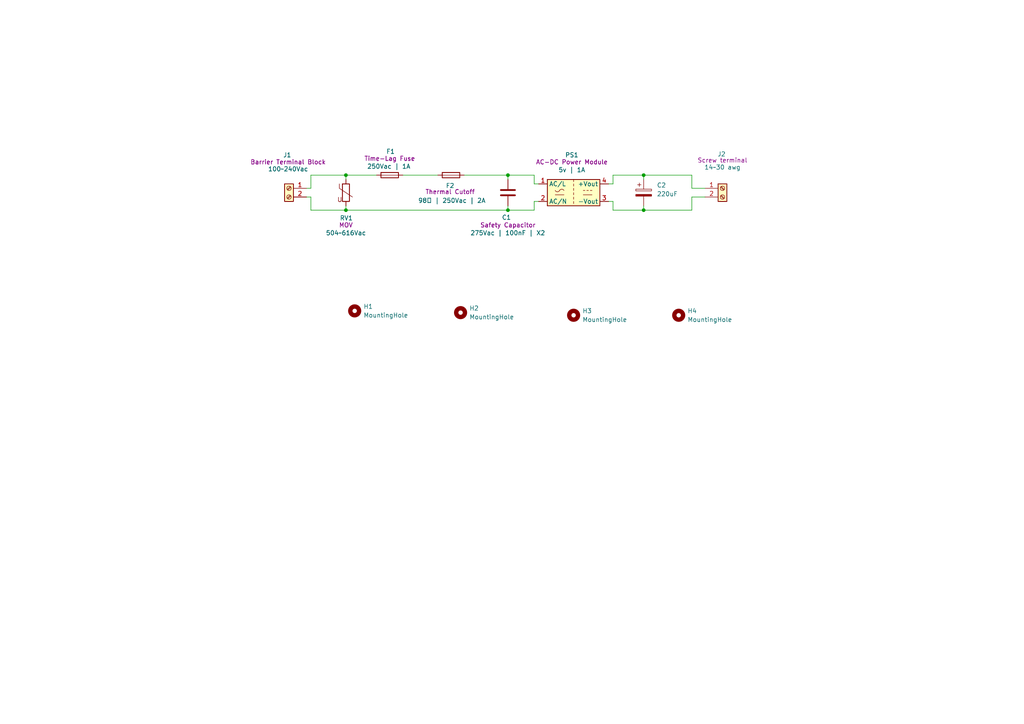
<source format=kicad_sch>
(kicad_sch (version 20231120) (generator "eeschema") (generator_version "8.0")
  (paper "A4")
  (lib_symbols
    (symbol "Connector:Screw_Terminal_01x02" (pin_names (offset 1.016) hide)
      (property "Reference" "J" (at 0 2.54 0))
      (property "Value" "Screw_Terminal_01x02" (at 0 -5.08 0))
      (symbol "Screw_Terminal_01x02_1_1"
        (rectangle (start -1.27 1.27) (end 1.27 -3.81) (stroke (width 0.254)) (fill (type background)))
        (circle (center 0 -2.54) (radius 0.635) (stroke (width 0.1524)))
        (polyline (pts (xy -0.5334 -2.2098) (xy 0.3302 -3.048)) (stroke (width 0.1524)))
        (polyline (pts (xy -0.5334 0.3302) (xy 0.3302 -0.508)) (stroke (width 0.1524)))
        (polyline (pts (xy -0.3556 -2.032) (xy 0.508 -2.8702)) (stroke (width 0.1524)))
        (polyline (pts (xy -0.3556 0.508) (xy 0.508 -0.3302)) (stroke (width 0.1524)))
        (circle (center 0 0) (radius 0.635) (stroke (width 0.1524)))
        (pin passive line (at -5.08 0 0) (length 3.81) (name "Pin_1") (number "1"))
        (pin passive line (at -5.08 -2.54 0) (length 3.81) (name "Pin_2") (number "2"))
      )
    )
    (symbol "Converter_ACDC:HLK-5M05"
      (property "Reference" "PS" (at 0 5.08 0))
      (property "Value" "HLK-5M05" (at 0 -5.08 0))
      (symbol "HLK-5M05_0_1"
        (rectangle (start -7.62 3.81) (end 7.62 -3.81) (stroke (width 0.254)) (fill (type background)))
        (arc (start -5.334 0.635) (mid -4.699 0.2495) (end -4.064 0.635))
        (arc (start -2.794 0.635) (mid -3.429 1.0072) (end -4.064 0.635))
        (polyline (pts (xy -5.334 -0.635) (xy -2.794 -0.635)))
        (polyline (pts (xy 0 -2.54) (xy 0 -3.175)))
        (polyline (pts (xy 0 -1.27) (xy 0 -1.905)))
        (polyline (pts (xy 0 0) (xy 0 -0.635)))
        (polyline (pts (xy 0 1.27) (xy 0 0.635)))
        (polyline (pts (xy 0 2.54) (xy 0 1.905)))
        (polyline (pts (xy 0 3.81) (xy 0 3.175)))
        (polyline (pts (xy 2.794 -0.635) (xy 5.334 -0.635)))
        (polyline (pts (xy 2.794 0.635) (xy 3.302 0.635)))
        (polyline (pts (xy 3.81 0.635) (xy 4.318 0.635)))
        (polyline (pts (xy 4.826 0.635) (xy 5.334 0.635)))
      )
      (symbol "HLK-5M05_1_1"
        (pin power_in line (at -10.16 2.54 0) (length 2.54) (name "AC/L") (number "1"))
        (pin power_in line (at -10.16 -2.54 0) (length 2.54) (name "AC/N") (number "2"))
        (pin power_out line (at 10.16 -2.54 180) (length 2.54) (name "-Vout") (number "3"))
        (pin power_out line (at 10.16 2.54 180) (length 2.54) (name "+Vout") (number "4"))
      )
    )
    (symbol "Device:C" (pin_numbers hide) (pin_names (offset 0.254))
      (property "Reference" "C" (at 0.635 2.54 0))
      (property "Value" "C" (at 0.635 -2.54 0))
      (symbol "C_0_1"
        (polyline (pts (xy -2.032 -0.762) (xy 2.032 -0.762)) (stroke (width 0.508)))
        (polyline (pts (xy -2.032 0.762) (xy 2.032 0.762)) (stroke (width 0.508)))
      )
      (symbol "C_1_1"
        (pin passive line (at 0 3.81 270) (length 2.794) (name "~") (number "1"))
        (pin passive line (at 0 -3.81 90) (length 2.794) (name "~") (number "2"))
      )
    )
    (symbol "Device:C_Polarized" (pin_numbers hide) (pin_names (offset 0.254))
      (property "Reference" "C" (at 0.635 2.54 0))
      (property "Value" "C_Polarized" (at 0.635 -2.54 0))
      (symbol "C_Polarized_0_1"
        (rectangle (start -2.286 0.508) (end 2.286 1.016))
        (polyline (pts (xy -1.778 2.286) (xy -0.762 2.286)))
        (polyline (pts (xy -1.27 2.794) (xy -1.27 1.778)))
        (rectangle (start 2.286 -0.508) (end -2.286 -1.016) (fill (type outline)))
      )
      (symbol "C_Polarized_1_1"
        (pin passive line (at 0 3.81 270) (length 2.794) (name "~") (number "1"))
        (pin passive line (at 0 -3.81 90) (length 2.794) (name "~") (number "2"))
      )
    )
    (symbol "Device:Fuse" (pin_numbers hide) (pin_names (offset 0))
      (property "Reference" "F" (at 2.032 0 90))
      (property "Value" "Fuse" (at -1.905 0 90))
      (symbol "Fuse_0_1"
        (rectangle (start -0.762 -2.54) (end 0.762 2.54) (stroke (width 0.254)))
        (polyline (pts (xy 0 2.54) (xy 0 -2.54)))
      )
      (symbol "Fuse_1_1"
        (pin passive line (at 0 3.81 270) (length 1.27) (name "~") (number "1"))
        (pin passive line (at 0 -3.81 90) (length 1.27) (name "~") (number "2"))
      )
    )
    (symbol "Device:Varistor" (pin_numbers hide) (pin_names (offset 0))
      (property "Reference" "RV" (at 3.175 0 90))
      (property "Value" "Varistor" (at -3.175 0 90))
      (symbol "Varistor_0_0"
        (text "U" (at -1.778 -2.032 0) (effects (font (size 1.27 1.27))))
      )
      (symbol "Varistor_0_1"
        (rectangle (start -1.016 -2.54) (end 1.016 2.54) (stroke (width 0.254)))
        (polyline (pts (xy -1.905 2.54) (xy -1.905 1.27) (xy 1.905 -1.27)))
      )
      (symbol "Varistor_1_1"
        (pin passive line (at 0 3.81 270) (length 1.27) (name "~") (number "1"))
        (pin passive line (at 0 -3.81 90) (length 1.27) (name "~") (number "2"))
      )
    )
    (symbol "Mechanical:MountingHole" (pin_names (offset 1.016)) (exclude_from_sim yes) (in_bom no)
      (property "Reference" "H" (at 0 5.08 0))
      (property "Value" "MountingHole" (at 0 3.175 0))
      (symbol "MountingHole_0_1"
        (circle (center 0 0) (radius 1.27) (stroke (width 1.27)))
      )
    )
  )
  (junction (at 186.69 60.96))
  (junction (at 100.33 50.8))
  (junction (at 100.33 60.96))
  (junction (at 147.32 60.96))
  (junction (at 186.69 50.8))
  (junction (at 147.32 50.8))
  (wire (pts (xy 154.94 53.34) (xy 156.21 53.34)))
  (wire (pts (xy 177.8 60.96) (xy 186.69 60.96)))
  (wire (pts (xy 134.62 50.8) (xy 147.32 50.8)))
  (wire (pts (xy 147.32 59.69) (xy 147.32 60.96)))
  (wire (pts (xy 154.94 60.96) (xy 154.94 58.42)))
  (wire (pts (xy 90.17 57.15) (xy 90.17 60.96)))
  (wire (pts (xy 90.17 60.96) (xy 100.33 60.96)))
  (wire (pts (xy 177.8 50.8) (xy 177.8 53.34)))
  (wire (pts (xy 200.66 54.61) (xy 200.66 50.8)))
  (wire (pts (xy 147.32 60.96) (xy 154.94 60.96)))
  (wire (pts (xy 177.8 60.96) (xy 177.8 58.42)))
  (wire (pts (xy 100.33 60.96) (xy 147.32 60.96)))
  (wire (pts (xy 200.66 54.61) (xy 204.47 54.61)))
  (wire (pts (xy 90.17 54.61) (xy 88.9 54.61)))
  (wire (pts (xy 90.17 50.8) (xy 100.33 50.8)))
  (wire (pts (xy 186.69 59.69) (xy 186.69 60.96)))
  (wire (pts (xy 177.8 53.34) (xy 176.53 53.34)))
  (wire (pts (xy 186.69 60.96) (xy 200.66 60.96)))
  (wire (pts (xy 154.94 58.42) (xy 156.21 58.42)))
  (wire (pts (xy 200.66 57.15) (xy 200.66 60.96)))
  (wire (pts (xy 186.69 50.8) (xy 200.66 50.8)))
  (wire (pts (xy 116.84 50.8) (xy 127 50.8)))
  (wire (pts (xy 100.33 50.8) (xy 109.22 50.8)))
  (wire (pts (xy 147.32 50.8) (xy 154.94 50.8)))
  (wire (pts (xy 100.33 59.69) (xy 100.33 60.96)))
  (wire (pts (xy 177.8 50.8) (xy 186.69 50.8)))
  (wire (pts (xy 90.17 57.15) (xy 88.9 57.15)))
  (wire (pts (xy 186.69 50.8) (xy 186.69 52.07)))
  (wire (pts (xy 177.8 58.42) (xy 176.53 58.42)))
  (wire (pts (xy 154.94 50.8) (xy 154.94 53.34)))
  (wire (pts (xy 200.66 57.15) (xy 204.47 57.15)))
  (wire (pts (xy 100.33 50.8) (xy 100.33 52.07)))
  (wire (pts (xy 147.32 50.8) (xy 147.32 52.07)))
  (wire (pts (xy 90.17 54.61) (xy 90.17 50.8)))
  (symbol (lib_id "Mechanical:MountingHole") (at 166.37 91.44 0) (unit 1) (exclude_from_sim yes) (in_bom no)
    (property "Reference" "H3" (at 168.91 90.1699 0) (effects (justify left)))
    (property "Value" "MountingHole" (at 168.91 92.7099 0) (effects (justify left)))
    (property "Footprint" "MountingHole:MountingHole_3.2mm_M3" (effects (hide yes)))
    (property "Description" "Mounting Hole without connection" (effects (hide yes)))
  )
  (symbol (lib_id "Device:Fuse") (at 113.03 50.8 90) (unit 1)
    (property "Reference" "F1" (at 113.284 43.942 90))
    (property "Value" "250Vac | 1A" (at 112.776 48.26 90))
    (property "Footprint" "_custom:F2410" (effects (hide yes)))
    (property "Datasheet" "https://www.lcsc.com/datasheet/lcsc_datasheet_2305151203_Shenzhen-JDT-Fuse-JFC2410-1100TS_C136380.pdf" (effects (hide yes)))
    (property "Description" "Time-Lag Fuse" (at 113.03 45.974 90))
    (property "LCSC" "C136380" (effects (hide yes)))
    (property "Manufacturer" "Shenzhen JDT Fuse" (effects (hide yes)))
    (property "Part Number" "JFC2410-1100TS" (effects (hide yes)))
  )
  (symbol (lib_id "Device:Fuse") (at 130.81 50.8 90) (unit 1)
    (property "Reference" "F2" (at 130.556 53.848 90))
    (property "Value" "98℃ | 250Vac | 2A" (at 131.064 58.166 90))
    (property "Footprint" "_custom:FUSE-TH_L5.8-W2.3-P3.50-D0.5" (effects (hide yes)))
    (property "Datasheet" "https://datasheet.lcsc.com/lcsc/2304140030_Shenzhen-lanson-Elec-TC102_C605188.pdf" (effects (hide yes)))
    (property "Description" "Thermal Cutoff" (at 130.556 55.626 90))
    (property "LCSC" "C605188" (effects (hide yes)))
    (property "Manufacturer" "Shenzhen lanson Elec" (effects (hide yes)))
    (property "Part Number" "TC102" (effects (hide yes)))
  )
  (symbol (lib_id "Device:Varistor") (at 100.33 55.88 0) (unit 1)
    (property "Reference" "RV1" (at 98.552 63.246 0) (effects (justify left)))
    (property "Value" "504~616Vac" (at 94.488 67.564 0) (effects (justify left)))
    (property "Footprint" "Varistor:RV_Disc_D16.5mm_W6.7mm_P7.5mm" (effects (hide yes)))
    (property "Datasheet" "https://www.lcsc.com/datasheet/lcsc_datasheet_2403081021_RUILON-Shenzhen-Ruilongyuan-Elec-14D561K_C40488.pdf" (effects (hide yes)))
    (property "Description" "MOV" (at 100.33 65.278 0))
    (property "LCSC" "C40488" (effects (hide yes)))
    (property "Manufacturer" "RUILON(Shenzhen Ruilongyuan Elec)" (effects (hide yes)))
    (property "Part Number" "14D561K" (effects (hide yes)))
  )
  (symbol (lib_id "Device:C_Polarized") (at 186.69 55.88 0) (unit 1)
    (property "Reference" "C2" (at 190.5 53.7209 0) (effects (justify left)))
    (property "Value" "220uF" (at 190.5 56.2609 0) (effects (justify left)))
    (property "Footprint" "Capacitor_THT:C_Radial_D8.0mm_H11.5mm_P3.50mm" (effects (hide yes)))
    (property "Datasheet" "https://datasheet.lcsc.com/lcsc/2110271230_CX-Dongguan-Chengxing-Elec-KM227M035F12RR0VH2FP0_C2063.pdf" (effects (hide yes)))
    (property "Description" "Aluminum Electrolytic Capacitor" (effects (hide yes)))
    (property "LCSC" "C2063" (effects (hide yes)))
    (property "Manufacturer" "CX(Dongguan Chengxing Elec)" (effects (hide yes)))
    (property "Part Number" "KM227M035F12RR0VH2FP0" (effects (hide yes)))
  )
  (symbol (lib_id "Connector:Screw_Terminal_01x02") (at 209.55 54.61 0) (unit 1)
    (property "Reference" "J2" (at 209.296 44.704 0))
    (property "Value" "14~30 awg" (at 209.55 48.514 0))
    (property "Footprint" "_custom:CONN-TH_2P-P5.00_WJ500V-5.08-2P" (effects (hide yes)))
    (property "Datasheet" "https://datasheet.lcsc.com/lcsc/1912251636_Ningbo-Kangnex-Elec-WJ500V-5-08-2P_C8465.pdf" (effects (hide yes)))
    (property "Description" "Screw terminal" (at 209.55 46.482 0))
    (property "LCSC" "C8465" (effects (hide yes)))
    (property "Manufacturer" "Ningbo Kangnex Elec" (effects (hide yes)))
    (property "Part Number" "WJ500V-5.08-2P" (effects (hide yes)))
  )
  (symbol (lib_id "Mechanical:MountingHole") (at 196.85 91.44 0) (unit 1) (exclude_from_sim yes) (in_bom no)
    (property "Reference" "H4" (at 199.39 90.1699 0) (effects (justify left)))
    (property "Value" "MountingHole" (at 199.39 92.7099 0) (effects (justify left)))
    (property "Footprint" "MountingHole:MountingHole_3.2mm_M3" (effects (hide yes)))
    (property "Description" "Mounting Hole without connection" (effects (hide yes)))
  )
  (symbol (lib_id "Connector:Screw_Terminal_01x02") (at 83.82 54.61 0) (mirror y) (unit 1)
    (property "Reference" "J1" (at 83.312 44.958 0))
    (property "Value" "100~240Vac" (at 83.566 49.022 0))
    (property "Footprint" "_custom:CONN-TH_2P-P9.50_DBT50G-9.5-2P" (effects (hide yes)))
    (property "Datasheet" "https://datasheet.lcsc.com/lcsc/2306191717_DORABO-DBT50G-9-5-2P_C395958.pdf" (effects (hide yes)))
    (property "Description" "Barrier Terminal Block" (at 83.566 46.99 0))
    (property "LCSC" "C395958" (effects (hide yes)))
    (property "Manufacturer" "DORABO" (effects (hide yes)))
    (property "Part Number" "DBT50G-9.5-2P" (effects (hide yes)))
  )
  (symbol (lib_id "Mechanical:MountingHole") (at 102.87 90.17 0) (unit 1) (exclude_from_sim yes) (in_bom no)
    (property "Reference" "H1" (at 105.41 88.8999 0) (effects (justify left)))
    (property "Value" "MountingHole" (at 105.41 91.4399 0) (effects (justify left)))
    (property "Footprint" "MountingHole:MountingHole_3.2mm_M3" (effects (hide yes)))
    (property "Description" "Mounting Hole without connection" (effects (hide yes)))
  )
  (symbol (lib_id "Device:C") (at 147.32 55.88 0) (unit 1)
    (property "Reference" "C1" (at 145.552 63.0611 0) (effects (justify left)))
    (property "Value" "275Vac | 100nF | X2" (at 136.398 67.564 0) (effects (justify left)))
    (property "Footprint" "Capacitor_THT:C_Rect_L13.0mm_W6.0mm_P10.00mm_FKS3_FKP3_MKS4" (effects (hide yes)))
    (property "Datasheet" "https://www.lcsc.com/datasheet/lcsc_datasheet_2002271211_KNSCHA-MPX104K31C3KN15600_C489079.pdf" (effects (hide yes)))
    (property "Description" "Safety Capacitor" (at 147.32 65.278 0))
    (property "LCSC" "C489079" (effects (hide yes)))
    (property "Manufacturer" "KNSCHA" (effects (hide yes)))
    (property "Part Number" "MPX104K31C3KN15600" (effects (hide yes)))
  )
  (symbol (lib_id "Mechanical:MountingHole") (at 133.5859 90.6764 0) (unit 1) (exclude_from_sim yes) (in_bom no)
    (property "Reference" "H2" (at 136.1259 89.4063 0) (effects (justify left)))
    (property "Value" "MountingHole" (at 136.1259 91.9463 0) (effects (justify left)))
    (property "Footprint" "MountingHole:MountingHole_3.2mm_M3" (effects (hide yes)))
    (property "Description" "Mounting Hole without connection" (effects (hide yes)))
  )
  (symbol (lib_id "Converter_ACDC:HLK-5M05") (at 166.37 55.88 0) (unit 1)
    (property "Reference" "PS1" (at 165.862 44.958 0))
    (property "Value" "5v | 1A" (at 165.862 49.276 0))
    (property "Footprint" "_custom:PWRM-TH_HLK-5M05" (effects (hide yes)))
    (property "Datasheet" "https://datasheet.lcsc.com/lcsc/2212011400_HI-LINK-HLK-5M05_C209907.pdf" (effects (hide yes)))
    (property "Description" "AC-DC Power Module" (at 165.862 46.99 0))
    (property "Manufacturer" "HI-LINK" (effects (hide yes)))
    (property "Part Number" "HLK-5M05" (effects (hide yes)))
    (property "LCSC" "C209907" (effects (hide yes)))
  )
)
</source>
